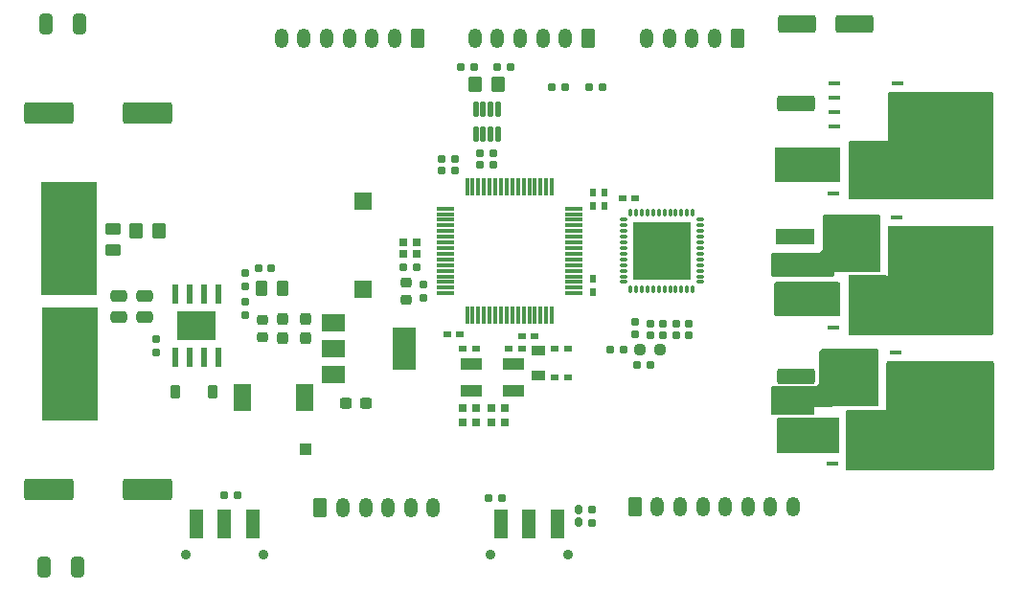
<source format=gts>
%TF.GenerationSoftware,KiCad,Pcbnew,7.0.1-0*%
%TF.CreationDate,2023-08-15T02:12:02+05:30*%
%TF.ProjectId,retry1,72657472-7931-42e6-9b69-6361645f7063,rev?*%
%TF.SameCoordinates,Original*%
%TF.FileFunction,Soldermask,Top*%
%TF.FilePolarity,Negative*%
%FSLAX46Y46*%
G04 Gerber Fmt 4.6, Leading zero omitted, Abs format (unit mm)*
G04 Created by KiCad (PCBNEW 7.0.1-0) date 2023-08-15 02:12:02*
%MOMM*%
%LPD*%
G01*
G04 APERTURE LIST*
G04 Aperture macros list*
%AMRoundRect*
0 Rectangle with rounded corners*
0 $1 Rounding radius*
0 $2 $3 $4 $5 $6 $7 $8 $9 X,Y pos of 4 corners*
0 Add a 4 corners polygon primitive as box body*
4,1,4,$2,$3,$4,$5,$6,$7,$8,$9,$2,$3,0*
0 Add four circle primitives for the rounded corners*
1,1,$1+$1,$2,$3*
1,1,$1+$1,$4,$5*
1,1,$1+$1,$6,$7*
1,1,$1+$1,$8,$9*
0 Add four rect primitives between the rounded corners*
20,1,$1+$1,$2,$3,$4,$5,0*
20,1,$1+$1,$4,$5,$6,$7,0*
20,1,$1+$1,$6,$7,$8,$9,0*
20,1,$1+$1,$8,$9,$2,$3,0*%
G04 Aperture macros list end*
%ADD10RoundRect,0.160000X0.160000X-0.197500X0.160000X0.197500X-0.160000X0.197500X-0.160000X-0.197500X0*%
%ADD11RoundRect,0.155000X0.212500X0.155000X-0.212500X0.155000X-0.212500X-0.155000X0.212500X-0.155000X0*%
%ADD12RoundRect,0.249999X1.425001X-0.450001X1.425001X0.450001X-1.425001X0.450001X-1.425001X-0.450001X0*%
%ADD13R,3.350000X1.400000*%
%ADD14RoundRect,0.250000X0.450000X-0.262500X0.450000X0.262500X-0.450000X0.262500X-0.450000X-0.262500X0*%
%ADD15R,5.000000X10.000000*%
%ADD16RoundRect,0.250000X-0.350000X-0.450000X0.350000X-0.450000X0.350000X0.450000X-0.350000X0.450000X0*%
%ADD17RoundRect,0.237500X0.237500X-0.300000X0.237500X0.300000X-0.237500X0.300000X-0.237500X-0.300000X0*%
%ADD18RoundRect,0.007200X0.112800X-0.292800X0.112800X0.292800X-0.112800X0.292800X-0.112800X-0.292800X0*%
%ADD19RoundRect,0.007200X0.292800X0.112800X-0.292800X0.112800X-0.292800X-0.112800X0.292800X-0.112800X0*%
%ADD20R,5.150000X5.150000*%
%ADD21RoundRect,0.250000X0.350000X0.625000X-0.350000X0.625000X-0.350000X-0.625000X0.350000X-0.625000X0*%
%ADD22O,1.200000X1.750000*%
%ADD23RoundRect,0.155000X-0.212500X-0.155000X0.212500X-0.155000X0.212500X0.155000X-0.212500X0.155000X0*%
%ADD24R,0.715000X0.640000*%
%ADD25R,1.500000X2.400000*%
%ADD26RoundRect,0.160000X0.197500X0.160000X-0.197500X0.160000X-0.197500X-0.160000X0.197500X-0.160000X0*%
%ADD27R,1.200000X0.875000*%
%ADD28RoundRect,0.225000X0.250000X-0.225000X0.250000X0.225000X-0.250000X0.225000X-0.250000X-0.225000X0*%
%ADD29R,0.735000X0.620000*%
%ADD30RoundRect,0.155000X0.155000X-0.212500X0.155000X0.212500X-0.155000X0.212500X-0.155000X-0.212500X0*%
%ADD31RoundRect,0.237500X-0.300000X-0.237500X0.300000X-0.237500X0.300000X0.237500X-0.300000X0.237500X0*%
%ADD32RoundRect,0.237500X0.250000X0.237500X-0.250000X0.237500X-0.250000X-0.237500X0.250000X-0.237500X0*%
%ADD33R,1.000000X1.000000*%
%ADD34RoundRect,0.160000X0.160000X-0.222500X0.160000X0.222500X-0.160000X0.222500X-0.160000X-0.222500X0*%
%ADD35R,1.900000X1.100000*%
%ADD36R,1.092200X0.406400*%
%ADD37C,0.800000*%
%ADD38C,6.400000*%
%ADD39RoundRect,0.225000X-0.225000X-0.375000X0.225000X-0.375000X0.225000X0.375000X-0.225000X0.375000X0*%
%ADD40RoundRect,0.250000X-0.475000X0.250000X-0.475000X-0.250000X0.475000X-0.250000X0.475000X0.250000X0*%
%ADD41RoundRect,0.125000X0.125000X-0.537500X0.125000X0.537500X-0.125000X0.537500X-0.125000X-0.537500X0*%
%ADD42R,0.620000X0.735000*%
%ADD43RoundRect,0.160000X-0.160000X0.197500X-0.160000X-0.197500X0.160000X-0.197500X0.160000X0.197500X0*%
%ADD44RoundRect,0.160000X-0.197500X-0.160000X0.197500X-0.160000X0.197500X0.160000X-0.197500X0.160000X0*%
%ADD45C,0.900000*%
%ADD46R,1.250000X2.500000*%
%ADD47RoundRect,0.250000X-0.350000X-0.625000X0.350000X-0.625000X0.350000X0.625000X-0.350000X0.625000X0*%
%ADD48RoundRect,0.075000X0.075000X-0.700000X0.075000X0.700000X-0.075000X0.700000X-0.075000X-0.700000X0*%
%ADD49RoundRect,0.075000X0.700000X-0.075000X0.700000X0.075000X-0.700000X0.075000X-0.700000X-0.075000X0*%
%ADD50R,2.000000X1.500000*%
%ADD51R,2.000000X3.800000*%
%ADD52R,0.558800X1.663700*%
%ADD53R,3.454400X2.565400*%
%ADD54RoundRect,0.250000X-0.325000X-0.650000X0.325000X-0.650000X0.325000X0.650000X-0.325000X0.650000X0*%
%ADD55RoundRect,0.250000X1.412500X0.550000X-1.412500X0.550000X-1.412500X-0.550000X1.412500X-0.550000X0*%
%ADD56RoundRect,0.250000X-1.950000X-0.700000X1.950000X-0.700000X1.950000X0.700000X-1.950000X0.700000X0*%
%ADD57RoundRect,0.155000X-0.155000X0.212500X-0.155000X-0.212500X0.155000X-0.212500X0.155000X0.212500X0*%
%ADD58R,1.500000X1.500000*%
%ADD59R,0.765000X0.640000*%
%ADD60RoundRect,0.250000X0.262500X0.450000X-0.262500X0.450000X-0.262500X-0.450000X0.262500X-0.450000X0*%
G04 APERTURE END LIST*
%TO.C,U9*%
G36*
X144319000Y-107676200D02*
G01*
X144269000Y-107676200D01*
X144269000Y-107219000D01*
X143731600Y-107219000D01*
X143731600Y-106406200D01*
X144269000Y-106406200D01*
X144269000Y-105949000D01*
X143731600Y-105949000D01*
X143731600Y-105136200D01*
X144269000Y-105136200D01*
X144269000Y-104679000D01*
X144319000Y-104679000D01*
X144319000Y-107676200D01*
G37*
G36*
X148739400Y-105136200D02*
G01*
X149106800Y-105136200D01*
X149106800Y-105949000D01*
X148739400Y-105949000D01*
X148739400Y-106406200D01*
X149106800Y-106406200D01*
X149106800Y-107219000D01*
X148739400Y-107219000D01*
X148739400Y-107676200D01*
X149106800Y-107676200D01*
X149106800Y-108489000D01*
X148739400Y-108489000D01*
X148739400Y-108946200D01*
X145246800Y-108946200D01*
X145246800Y-104679000D01*
X148739400Y-104679000D01*
X148739400Y-105136200D01*
G37*
%TO.C,U2*%
G36*
X144207700Y-131521200D02*
G01*
X144157700Y-131521200D01*
X144157700Y-131064000D01*
X143620300Y-131064000D01*
X143620300Y-130251200D01*
X144157700Y-130251200D01*
X144157700Y-129794000D01*
X143620300Y-129794000D01*
X143620300Y-128981200D01*
X144157700Y-128981200D01*
X144157700Y-128524000D01*
X144207700Y-128524000D01*
X144207700Y-131521200D01*
G37*
G36*
X148628100Y-128981200D02*
G01*
X148995500Y-128981200D01*
X148995500Y-129794000D01*
X148628100Y-129794000D01*
X148628100Y-130251200D01*
X148995500Y-130251200D01*
X148995500Y-131064000D01*
X148628100Y-131064000D01*
X148628100Y-131521200D01*
X148995500Y-131521200D01*
X148995500Y-132334000D01*
X148628100Y-132334000D01*
X148628100Y-132791200D01*
X145135500Y-132791200D01*
X145135500Y-128524000D01*
X148628100Y-128524000D01*
X148628100Y-128981200D01*
G37*
%TO.C,U6*%
G36*
X144297700Y-119511950D02*
G01*
X144247700Y-119511950D01*
X144247700Y-119054750D01*
X143710300Y-119054750D01*
X143710300Y-118241950D01*
X144247700Y-118241950D01*
X144247700Y-117784750D01*
X143710300Y-117784750D01*
X143710300Y-116971950D01*
X144247700Y-116971950D01*
X144247700Y-116514750D01*
X144297700Y-116514750D01*
X144297700Y-119511950D01*
G37*
G36*
X148718100Y-116971950D02*
G01*
X149085500Y-116971950D01*
X149085500Y-117784750D01*
X148718100Y-117784750D01*
X148718100Y-118241950D01*
X149085500Y-118241950D01*
X149085500Y-119054750D01*
X148718100Y-119054750D01*
X148718100Y-119511950D01*
X149085500Y-119511950D01*
X149085500Y-120324750D01*
X148718100Y-120324750D01*
X148718100Y-120781950D01*
X145225500Y-120781950D01*
X145225500Y-116514750D01*
X148718100Y-116514750D01*
X148718100Y-116971950D01*
G37*
%TO.C,U1*%
G36*
X148648100Y-124231200D02*
G01*
X149185500Y-124231200D01*
X149185500Y-125044000D01*
X148648100Y-125044000D01*
X148648100Y-125501200D01*
X149185500Y-125501200D01*
X149185500Y-126314000D01*
X148648100Y-126314000D01*
X148648100Y-126771200D01*
X148598100Y-126771200D01*
X148598100Y-123774000D01*
X148648100Y-123774000D01*
X148648100Y-124231200D01*
G37*
G36*
X147670300Y-126771200D02*
G01*
X144177700Y-126771200D01*
X144177700Y-126314000D01*
X143810300Y-126314000D01*
X143810300Y-125501200D01*
X144177700Y-125501200D01*
X144177700Y-125044000D01*
X143810300Y-125044000D01*
X143810300Y-124231200D01*
X144177700Y-124231200D01*
X144177700Y-123774000D01*
X143810300Y-123774000D01*
X143810300Y-122961200D01*
X144177700Y-122961200D01*
X144177700Y-122504000D01*
X147670300Y-122504000D01*
X147670300Y-126771200D01*
G37*
%TO.C,U8*%
G36*
X148780500Y-100482400D02*
G01*
X149317900Y-100482400D01*
X149317900Y-101295200D01*
X148780500Y-101295200D01*
X148780500Y-101752400D01*
X149317900Y-101752400D01*
X149317900Y-102565200D01*
X148780500Y-102565200D01*
X148780500Y-103022400D01*
X148730500Y-103022400D01*
X148730500Y-100025200D01*
X148780500Y-100025200D01*
X148780500Y-100482400D01*
G37*
%TO.C,U5*%
G36*
X148698100Y-112351200D02*
G01*
X149235500Y-112351200D01*
X149235500Y-113164000D01*
X148698100Y-113164000D01*
X148698100Y-113621200D01*
X149235500Y-113621200D01*
X149235500Y-114434000D01*
X148698100Y-114434000D01*
X148698100Y-114891200D01*
X148648100Y-114891200D01*
X148648100Y-111894000D01*
X148698100Y-111894000D01*
X148698100Y-112351200D01*
G37*
G36*
X147720300Y-114891200D02*
G01*
X144227700Y-114891200D01*
X144227700Y-114434000D01*
X143860300Y-114434000D01*
X143860300Y-113621200D01*
X144227700Y-113621200D01*
X144227700Y-113164000D01*
X143860300Y-113164000D01*
X143860300Y-112351200D01*
X144227700Y-112351200D01*
X144227700Y-111894000D01*
X143860300Y-111894000D01*
X143860300Y-111081200D01*
X144227700Y-111081200D01*
X144227700Y-110624000D01*
X147720300Y-110624000D01*
X147720300Y-114891200D01*
G37*
%TD*%
D10*
%TO.C,R8*%
X91687125Y-116929500D03*
X91687125Y-115734500D03*
%TD*%
D11*
%TO.C,C11*%
X94021329Y-115333381D03*
X92886329Y-115333381D03*
%TD*%
D12*
%TO.C,RsenseB1*%
X140342900Y-118637600D03*
D13*
X140342900Y-112537600D03*
%TD*%
D11*
%TO.C,C12*%
X110236000Y-106680000D03*
X109101000Y-106680000D03*
%TD*%
D10*
%TO.C,R16*%
X122341597Y-137835597D03*
X122341597Y-136640597D03*
%TD*%
D14*
%TO.C,R12*%
X80010000Y-113688500D03*
X80010000Y-111863500D03*
%TD*%
D15*
%TO.C,---*%
X76214466Y-123790689D03*
%TD*%
D12*
%TO.C,RsenseA1*%
X140392900Y-130957600D03*
X140392900Y-124857600D03*
%TD*%
D16*
%TO.C,R17*%
X112030000Y-99060000D03*
X114030000Y-99060000D03*
%TD*%
D17*
%TO.C,C16*%
X94994000Y-121508267D03*
X94994000Y-119783267D03*
%TD*%
D18*
%TO.C,U7*%
X125764000Y-117192000D03*
X126264000Y-117192000D03*
X126764000Y-117192000D03*
X127264000Y-117192000D03*
X127764000Y-117192000D03*
X128264000Y-117192000D03*
X128764000Y-117192000D03*
X129264000Y-117192000D03*
X129764000Y-117192000D03*
X130264000Y-117192000D03*
X130764000Y-117192000D03*
X131264000Y-117192000D03*
D19*
X131914000Y-116542000D03*
X131914000Y-116042000D03*
X131914000Y-115542000D03*
X131914000Y-115042000D03*
X131914000Y-114542000D03*
X131914000Y-114042000D03*
X131914000Y-113542000D03*
X131914000Y-113042000D03*
X131914000Y-112542000D03*
X131914000Y-112042000D03*
X131914000Y-111542000D03*
X131914000Y-111042000D03*
D18*
X131264000Y-110392000D03*
X130764000Y-110392000D03*
X130264000Y-110392000D03*
X129764000Y-110392000D03*
X129264000Y-110392000D03*
X128764000Y-110392000D03*
X128264000Y-110392000D03*
X127764000Y-110392000D03*
X127264000Y-110392000D03*
X126764000Y-110392000D03*
X126264000Y-110392000D03*
X125764000Y-110392000D03*
D19*
X125114000Y-111042000D03*
X125114000Y-111542000D03*
X125114000Y-112042000D03*
X125114000Y-112542000D03*
X125114000Y-113042000D03*
X125114000Y-113542000D03*
X125114000Y-114042000D03*
X125114000Y-114542000D03*
X125114000Y-115042000D03*
X125114000Y-115542000D03*
X125114000Y-116042000D03*
X125114000Y-116542000D03*
D20*
X128514000Y-113792000D03*
%TD*%
D21*
%TO.C,Hall*%
X135197600Y-94970600D03*
D22*
X133197600Y-94970600D03*
X131197600Y-94970600D03*
X129197600Y-94970600D03*
X127197600Y-94970600D03*
%TD*%
D23*
%TO.C,C28*%
X127499300Y-121234200D03*
X128634300Y-121234200D03*
%TD*%
D24*
%TO.C,R3*%
X106882892Y-113030000D03*
X105687892Y-113030000D03*
%TD*%
D23*
%TO.C,C41*%
X110778500Y-97536000D03*
X111913500Y-97536000D03*
%TD*%
D25*
%TO.C,L1*%
X91484000Y-126746000D03*
X96984000Y-126746000D03*
%TD*%
D26*
%TO.C,R15*%
X125184500Y-122504200D03*
X123989500Y-122504200D03*
%TD*%
D21*
%TO.C,JTAG*%
X106914366Y-94992367D03*
D22*
X104914366Y-94992367D03*
X102914366Y-94992367D03*
X100914366Y-94992367D03*
X98914366Y-94992367D03*
X96914366Y-94992367D03*
X94914366Y-94992367D03*
%TD*%
D27*
%TO.C,FB1*%
X117602000Y-122635500D03*
X117602000Y-124760500D03*
%TD*%
D28*
%TO.C,C6*%
X105918000Y-118123000D03*
X105918000Y-116573000D03*
%TD*%
D26*
%TO.C,R10*%
X123279500Y-99314000D03*
X122084500Y-99314000D03*
%TD*%
D29*
%TO.C,C8*%
X115002500Y-122428000D03*
X116137500Y-122428000D03*
%TD*%
%TO.C,C22*%
X119066500Y-124968000D03*
X120201500Y-124968000D03*
%TD*%
D30*
%TO.C,C9*%
X107442000Y-117915500D03*
X107442000Y-116780500D03*
%TD*%
D31*
%TO.C,C18*%
X100637000Y-127254000D03*
X102362000Y-127254000D03*
%TD*%
D32*
%TO.C,R14*%
X128395100Y-122529600D03*
X126570100Y-122529600D03*
%TD*%
D33*
%TO.C,TP5*%
X97028000Y-131318000D03*
%TD*%
D34*
%TO.C,D5*%
X121158000Y-137797000D03*
X121158000Y-136652000D03*
%TD*%
D35*
%TO.C,Y1*%
X111688000Y-126118000D03*
X115388000Y-126118000D03*
X115388000Y-123818000D03*
X111688000Y-123818000D03*
%TD*%
D36*
%TO.C,U9*%
X143722900Y-104907600D03*
X143722900Y-106177600D03*
X143722900Y-107447600D03*
X143722900Y-108717600D03*
X149285500Y-108717600D03*
X149285500Y-107447600D03*
X149285500Y-106177600D03*
X149285500Y-104907600D03*
%TD*%
D37*
%TO.C,A*%
X151295400Y-127863600D03*
X151998344Y-126166544D03*
X151998344Y-129560656D03*
X153695400Y-125463600D03*
D38*
X153695400Y-127863600D03*
D37*
X153695400Y-130263600D03*
X155392456Y-126166544D03*
X155392456Y-129560656D03*
X156095400Y-127863600D03*
%TD*%
D15*
%TO.C,J2*%
X76104466Y-112726689D03*
%TD*%
D39*
%TO.C,D1*%
X85504000Y-126242000D03*
X88804000Y-126242000D03*
%TD*%
D40*
%TO.C,C1*%
X80518000Y-117734000D03*
X80518000Y-119634000D03*
%TD*%
D41*
%TO.C,U10*%
X112092412Y-103499500D03*
X112742412Y-103499500D03*
X113392412Y-103499500D03*
X114042412Y-103499500D03*
X114042412Y-101224500D03*
X113392412Y-101224500D03*
X112742412Y-101224500D03*
X112092412Y-101224500D03*
%TD*%
D17*
%TO.C,C20*%
X97028000Y-121512500D03*
X97028000Y-119787500D03*
%TD*%
D42*
%TO.C,C5*%
X122428000Y-109787500D03*
X122428000Y-108652500D03*
%TD*%
D43*
%TO.C,R5*%
X91694000Y-118274500D03*
X91694000Y-119469500D03*
%TD*%
D23*
%TO.C,C40*%
X113986500Y-97536000D03*
X115121500Y-97536000D03*
%TD*%
D21*
%TO.C,Comms*%
X122009442Y-94980552D03*
D22*
X120009442Y-94980552D03*
X118009442Y-94980552D03*
X116009442Y-94980552D03*
X114009442Y-94980552D03*
X112009442Y-94980552D03*
%TD*%
D11*
%TO.C,C7*%
X106825011Y-115216553D03*
X105690011Y-115216553D03*
%TD*%
D44*
%TO.C,R1*%
X89826500Y-135382000D03*
X91021500Y-135382000D03*
%TD*%
D11*
%TO.C,C13*%
X110236000Y-105664000D03*
X109101000Y-105664000D03*
%TD*%
D45*
%TO.C,sw*%
X86476000Y-140672000D03*
X93276000Y-140672000D03*
D46*
X87376000Y-137922000D03*
X89876000Y-137922000D03*
X92376000Y-137922000D03*
%TD*%
D47*
%TO.C,SWD*%
X98338000Y-136444000D03*
D22*
X100338000Y-136444000D03*
X102338000Y-136444000D03*
X104338000Y-136444000D03*
X106338000Y-136444000D03*
X108338000Y-136444000D03*
%TD*%
D36*
%TO.C,U2*%
X143611600Y-128752600D03*
X143611600Y-130022600D03*
X143611600Y-131292600D03*
X143611600Y-132562600D03*
X149174200Y-132562600D03*
X149174200Y-131292600D03*
X149174200Y-130022600D03*
X149174200Y-128752600D03*
%TD*%
D48*
%TO.C,U3*%
X111312000Y-119467000D03*
X111812000Y-119467000D03*
X112312000Y-119467000D03*
X112812000Y-119467000D03*
X113312000Y-119467000D03*
X113812000Y-119467000D03*
X114312000Y-119467000D03*
X114812000Y-119467000D03*
X115312000Y-119467000D03*
X115812000Y-119467000D03*
X116312000Y-119467000D03*
X116812000Y-119467000D03*
X117312000Y-119467000D03*
X117812000Y-119467000D03*
X118312000Y-119467000D03*
X118812000Y-119467000D03*
D49*
X120737000Y-117542000D03*
X120737000Y-117042000D03*
X120737000Y-116542000D03*
X120737000Y-116042000D03*
X120737000Y-115542000D03*
X120737000Y-115042000D03*
X120737000Y-114542000D03*
X120737000Y-114042000D03*
X120737000Y-113542000D03*
X120737000Y-113042000D03*
X120737000Y-112542000D03*
X120737000Y-112042000D03*
X120737000Y-111542000D03*
X120737000Y-111042000D03*
X120737000Y-110542000D03*
X120737000Y-110042000D03*
D48*
X118812000Y-108117000D03*
X118312000Y-108117000D03*
X117812000Y-108117000D03*
X117312000Y-108117000D03*
X116812000Y-108117000D03*
X116312000Y-108117000D03*
X115812000Y-108117000D03*
X115312000Y-108117000D03*
X114812000Y-108117000D03*
X114312000Y-108117000D03*
X113812000Y-108117000D03*
X113312000Y-108117000D03*
X112812000Y-108117000D03*
X112312000Y-108117000D03*
X111812000Y-108117000D03*
X111312000Y-108117000D03*
D49*
X109387000Y-110042000D03*
X109387000Y-110542000D03*
X109387000Y-111042000D03*
X109387000Y-111542000D03*
X109387000Y-112042000D03*
X109387000Y-112542000D03*
X109387000Y-113042000D03*
X109387000Y-113542000D03*
X109387000Y-114042000D03*
X109387000Y-114542000D03*
X109387000Y-115042000D03*
X109387000Y-115542000D03*
X109387000Y-116042000D03*
X109387000Y-116542000D03*
X109387000Y-117042000D03*
X109387000Y-117542000D03*
%TD*%
D50*
%TO.C,U4*%
X99466000Y-120128000D03*
X99466000Y-122428000D03*
D51*
X105766000Y-122428000D03*
D50*
X99466000Y-124728000D03*
%TD*%
D24*
%TO.C,R2*%
X106882892Y-114046000D03*
X105687892Y-114046000D03*
%TD*%
D52*
%TO.C,IC1*%
X89309000Y-117566250D03*
X88039000Y-117566250D03*
X86769000Y-117566250D03*
X85499000Y-117566250D03*
X85499000Y-123217750D03*
X86769000Y-123217750D03*
X88039000Y-123217750D03*
X89309000Y-123217750D03*
D53*
X87404000Y-120392000D03*
%TD*%
D54*
%TO.C,C23*%
X74136000Y-93726000D03*
X77086000Y-93726000D03*
%TD*%
D29*
%TO.C,C21*%
X119066500Y-122428000D03*
X120201500Y-122428000D03*
%TD*%
D55*
%TO.C,C42*%
X145590300Y-93751400D03*
X140515300Y-93751400D03*
%TD*%
D11*
%TO.C,C36*%
X130945700Y-120218200D03*
X129810700Y-120218200D03*
%TD*%
D36*
%TO.C,U6*%
X143701600Y-116743350D03*
X143701600Y-118013350D03*
X143701600Y-119283350D03*
X143701600Y-120553350D03*
X149264200Y-120553350D03*
X149264200Y-119283350D03*
X149264200Y-118013350D03*
X149264200Y-116743350D03*
%TD*%
D29*
%TO.C,C34*%
X126195900Y-109169200D03*
X125060900Y-109169200D03*
%TD*%
D40*
%TO.C,C2*%
X82804000Y-117734000D03*
X82804000Y-119634000D03*
%TD*%
D29*
%TO.C,C4*%
X112073500Y-122428000D03*
X110938500Y-122428000D03*
%TD*%
D56*
%TO.C,C27*%
X74390000Y-101600000D03*
X83090000Y-101600000D03*
%TD*%
D12*
%TO.C,RsenseC1*%
X140352900Y-106837600D03*
X140352900Y-100737600D03*
%TD*%
D24*
%TO.C,R6*%
X112133197Y-127656073D03*
X110938197Y-127656073D03*
%TD*%
D57*
%TO.C,C3*%
X83820000Y-121606500D03*
X83820000Y-122741500D03*
%TD*%
D58*
%TO.C,Reset*%
X102108000Y-117184000D03*
X102108000Y-109384000D03*
%TD*%
D44*
%TO.C,R11*%
X118782500Y-99314000D03*
X119977500Y-99314000D03*
%TD*%
D16*
%TO.C,R13*%
X82058000Y-112014000D03*
X84058000Y-112014000D03*
%TD*%
D37*
%TO.C,B*%
X151341456Y-115717656D03*
X152044400Y-114020600D03*
X152044400Y-117414712D03*
X153741456Y-113317656D03*
D38*
X153741456Y-115717656D03*
D37*
X153741456Y-118117656D03*
X155438512Y-114020600D03*
X155438512Y-117414712D03*
X156141456Y-115717656D03*
%TD*%
D42*
%TO.C,C10*%
X123444000Y-109787500D03*
X123444000Y-108652500D03*
%TD*%
D11*
%TO.C,C31*%
X128634300Y-120218200D03*
X127499300Y-120218200D03*
%TD*%
%TO.C,C39*%
X113597500Y-106172000D03*
X112462500Y-106172000D03*
%TD*%
D29*
%TO.C,C17*%
X110667500Y-121130000D03*
X109532500Y-121130000D03*
%TD*%
D24*
%TO.C,R7*%
X112133197Y-128926073D03*
X110938197Y-128926073D03*
%TD*%
D11*
%TO.C,C37*%
X127500000Y-123850400D03*
X126365000Y-123850400D03*
%TD*%
D37*
%TO.C,C*%
X151295400Y-104063800D03*
X151998344Y-102366744D03*
X151998344Y-105760856D03*
X153695400Y-101663800D03*
D38*
X153695400Y-104063800D03*
D37*
X153695400Y-106463800D03*
X155392456Y-102366744D03*
X155392456Y-105760856D03*
X156095400Y-104063800D03*
%TD*%
D57*
%TO.C,C33*%
X126161800Y-120031700D03*
X126161800Y-121166700D03*
%TD*%
D47*
%TO.C,Gpio Access*%
X126146800Y-136386400D03*
D22*
X128146800Y-136386400D03*
X130146800Y-136386400D03*
X132146800Y-136386400D03*
X134146800Y-136386400D03*
X136146800Y-136386400D03*
X138146800Y-136386400D03*
X140146800Y-136386400D03*
%TD*%
D45*
%TO.C,nFault*%
X113400000Y-140672000D03*
X120200000Y-140672000D03*
D46*
X114300000Y-137922000D03*
X116800000Y-137922000D03*
X119300000Y-137922000D03*
%TD*%
D28*
%TO.C,C14*%
X93216000Y-121420767D03*
X93216000Y-119870767D03*
%TD*%
D29*
%TO.C,C19*%
X117310000Y-121320000D03*
X116175000Y-121320000D03*
%TD*%
D26*
%TO.C,R9*%
X114389500Y-135636000D03*
X113194500Y-135636000D03*
%TD*%
D59*
%TO.C,D3*%
X114648197Y-128926073D03*
X113503197Y-128926073D03*
%TD*%
D56*
%TO.C,C25*%
X74390000Y-134874000D03*
X83090000Y-134874000D03*
%TD*%
D42*
%TO.C,C15*%
X122428000Y-116272500D03*
X122428000Y-117407500D03*
%TD*%
D11*
%TO.C,C38*%
X113597500Y-105156000D03*
X112462500Y-105156000D03*
%TD*%
D59*
%TO.C,D2*%
X114648197Y-127656073D03*
X113503197Y-127656073D03*
%TD*%
D11*
%TO.C,C29*%
X130920300Y-121234200D03*
X129785300Y-121234200D03*
%TD*%
D36*
%TO.C,U1*%
X149194200Y-126542600D03*
X149194200Y-125272600D03*
X149194200Y-124002600D03*
X149194200Y-122732600D03*
X143631600Y-122732600D03*
X143631600Y-124002600D03*
X143631600Y-125272600D03*
X143631600Y-126542600D03*
%TD*%
D60*
%TO.C,R4*%
X94996000Y-117094000D03*
X93171000Y-117094000D03*
%TD*%
D54*
%TO.C,C24*%
X73963000Y-141706000D03*
X76913000Y-141706000D03*
%TD*%
D36*
%TO.C,U8*%
X149326600Y-102793800D03*
X149326600Y-101523800D03*
X149326600Y-100253800D03*
X149326600Y-98983800D03*
X143764000Y-98983800D03*
X143764000Y-100253800D03*
X143764000Y-101523800D03*
X143764000Y-102793800D03*
%TD*%
%TO.C,U5*%
X149244200Y-114662600D03*
X149244200Y-113392600D03*
X149244200Y-112122600D03*
X149244200Y-110852600D03*
X143681600Y-110852600D03*
X143681600Y-112122600D03*
X143681600Y-113392600D03*
X143681600Y-114662600D03*
%TD*%
G36*
X157773600Y-111573413D02*
G01*
X157818987Y-111618800D01*
X157835600Y-111680800D01*
X157835600Y-121084800D01*
X157818987Y-121146800D01*
X157773600Y-121192187D01*
X157711600Y-121208800D01*
X145132600Y-121208800D01*
X145070600Y-121192187D01*
X145025213Y-121146800D01*
X145008600Y-121084800D01*
X145008600Y-116049600D01*
X145025213Y-115987600D01*
X145070600Y-115942213D01*
X145132600Y-115925600D01*
X148335438Y-115925600D01*
X148382891Y-115935039D01*
X148423119Y-115961919D01*
X148463000Y-116001800D01*
X148488399Y-115976400D01*
X148488400Y-115976400D01*
X148488400Y-111680800D01*
X148505013Y-111618800D01*
X148550400Y-111573413D01*
X148612400Y-111556800D01*
X157711600Y-111556800D01*
X157773600Y-111573413D01*
G37*
G36*
X157824400Y-123562213D02*
G01*
X157869787Y-123607600D01*
X157886400Y-123669600D01*
X157886400Y-133048200D01*
X157869787Y-133110200D01*
X157824400Y-133155587D01*
X157762400Y-133172200D01*
X144904000Y-133172200D01*
X144842000Y-133155587D01*
X144796613Y-133110200D01*
X144780000Y-133048200D01*
X144780000Y-127987600D01*
X144796613Y-127925600D01*
X144842000Y-127880213D01*
X144904000Y-127863600D01*
X148386800Y-127863600D01*
X148386800Y-123669600D01*
X148403413Y-123607600D01*
X148448800Y-123562213D01*
X148510800Y-123545600D01*
X157762400Y-123545600D01*
X157824400Y-123562213D01*
G37*
G36*
X157773600Y-99737013D02*
G01*
X157818987Y-99782400D01*
X157835600Y-99844400D01*
X157835600Y-109121400D01*
X157818987Y-109183400D01*
X157773600Y-109228787D01*
X157711600Y-109245400D01*
X145132600Y-109245400D01*
X145070600Y-109228787D01*
X145025213Y-109183400D01*
X145008600Y-109121400D01*
X145008600Y-104213200D01*
X145025213Y-104151200D01*
X145070600Y-104105813D01*
X145132600Y-104089200D01*
X148539200Y-104089200D01*
X148539200Y-99844400D01*
X148555813Y-99782400D01*
X148601200Y-99737013D01*
X148663200Y-99720400D01*
X157711600Y-99720400D01*
X157773600Y-99737013D01*
G37*
G36*
X147608000Y-122456613D02*
G01*
X147653387Y-122502000D01*
X147670000Y-122564000D01*
X147670000Y-127416000D01*
X147653387Y-127478000D01*
X147608000Y-127523387D01*
X147546000Y-127540000D01*
X143640718Y-127540000D01*
X143638258Y-127543682D01*
X143598029Y-127570561D01*
X143550577Y-127580000D01*
X141980000Y-127580000D01*
X141980000Y-128176000D01*
X141963387Y-128238000D01*
X141918000Y-128283387D01*
X141856000Y-128300000D01*
X138324000Y-128300000D01*
X138262000Y-128283387D01*
X138216613Y-128238000D01*
X138200000Y-128176000D01*
X138200000Y-125874000D01*
X138216613Y-125812000D01*
X138262000Y-125766613D01*
X138324000Y-125750000D01*
X142230000Y-125750000D01*
X142230000Y-125749999D01*
X142459999Y-125520000D01*
X142460000Y-125520000D01*
X142460000Y-122681362D01*
X142469439Y-122633909D01*
X142496319Y-122593681D01*
X142613681Y-122476319D01*
X142653909Y-122449439D01*
X142701362Y-122440000D01*
X147546000Y-122440000D01*
X147608000Y-122456613D01*
G37*
G36*
X144159200Y-128566013D02*
G01*
X144204587Y-128611400D01*
X144221200Y-128673400D01*
X144221200Y-131524200D01*
X144204587Y-131586200D01*
X144159200Y-131631587D01*
X144097200Y-131648200D01*
X138833400Y-131648200D01*
X138771400Y-131631587D01*
X138726013Y-131586200D01*
X138709400Y-131524200D01*
X138709400Y-128673400D01*
X138726013Y-128611400D01*
X138771400Y-128566013D01*
X138833400Y-128549400D01*
X144097200Y-128549400D01*
X144159200Y-128566013D01*
G37*
G36*
X144260800Y-104639213D02*
G01*
X144306187Y-104684600D01*
X144322800Y-104746600D01*
X144322800Y-107597400D01*
X144306187Y-107659400D01*
X144260800Y-107704787D01*
X144198800Y-107721400D01*
X138630200Y-107721400D01*
X138568200Y-107704787D01*
X138522813Y-107659400D01*
X138506200Y-107597400D01*
X138506200Y-104746600D01*
X138522813Y-104684600D01*
X138568200Y-104639213D01*
X138630200Y-104622600D01*
X144198800Y-104622600D01*
X144260800Y-104639213D01*
G37*
G36*
X144210000Y-116551813D02*
G01*
X144255387Y-116597200D01*
X144272000Y-116659200D01*
X144272000Y-119408400D01*
X144255387Y-119470400D01*
X144210000Y-119515787D01*
X144148000Y-119532400D01*
X138604800Y-119532400D01*
X138542800Y-119515787D01*
X138497413Y-119470400D01*
X138480800Y-119408400D01*
X138480800Y-116659200D01*
X138497413Y-116597200D01*
X138542800Y-116551813D01*
X138604800Y-116535200D01*
X144148000Y-116535200D01*
X144210000Y-116551813D01*
G37*
G36*
X147758000Y-110616613D02*
G01*
X147803387Y-110662000D01*
X147820000Y-110724000D01*
X147820000Y-115546000D01*
X147803387Y-115608000D01*
X147758000Y-115653387D01*
X147696000Y-115670000D01*
X143799999Y-115670000D01*
X143790000Y-115679999D01*
X143790000Y-115916000D01*
X143773387Y-115978000D01*
X143728000Y-116023387D01*
X143666000Y-116040000D01*
X138304000Y-116040000D01*
X138242000Y-116023387D01*
X138196613Y-115978000D01*
X138180000Y-115916000D01*
X138180000Y-114124000D01*
X138196613Y-114062000D01*
X138242000Y-114016613D01*
X138304000Y-114000000D01*
X142390000Y-114000000D01*
X142390000Y-113999999D01*
X142779999Y-113610000D01*
X142780000Y-113610000D01*
X142780000Y-110724000D01*
X142796613Y-110662000D01*
X142842000Y-110616613D01*
X142904000Y-110600000D01*
X147696000Y-110600000D01*
X147758000Y-110616613D01*
G37*
M02*

</source>
